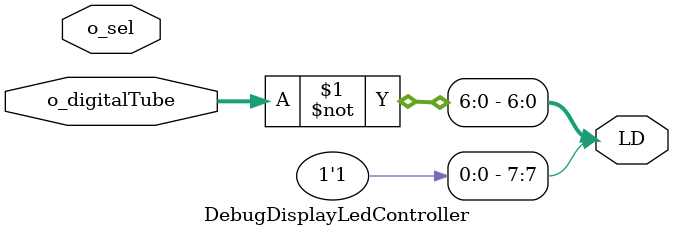
<source format=v>
`timescale 1ns / 1ps


module DebugDisplayLedController(
    input [6:0] o_digitalTube,
    input  o_sel,
    output [7:0] LD
    );
    // assign LD = {o_sel, ~o_digitalTube};
    assign LD = {1'b1, ~o_digitalTube};
endmodule

</source>
